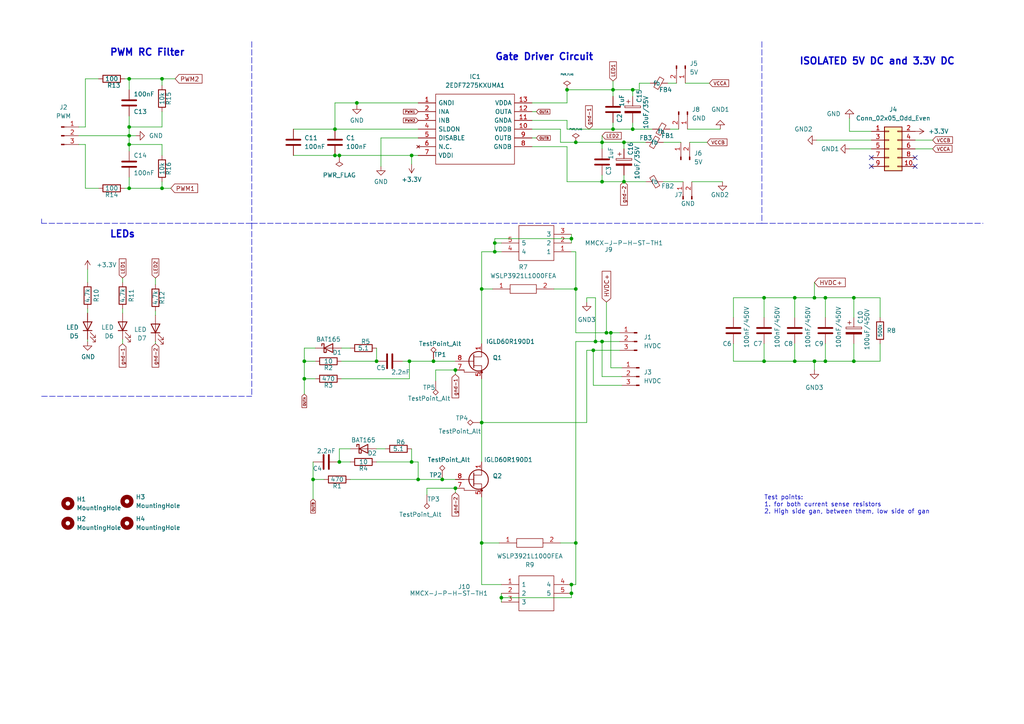
<source format=kicad_sch>
(kicad_sch (version 20211123) (generator eeschema)
  (paper "A4")
  (lib_symbols
    (symbol "2EDF7275KXUMA1:2EDF7275KXUMA1" (pin_names (offset 0.762))
      (property "Reference" "IC" (at 29.21 7.62 0))
      (property "Value" "2EDF7275KXUMA1" (at 29.21 5.08 0))
      (symbol "2EDF7275KXUMA1_0_0"
        (pin passive line (at 0 0 0) (length 5.08) (name "GNDI") (number "1"))
        (pin passive line (at 33.02 -7.62 180) (length 5.08) (name "VDDB") (number "10"))
        (pin passive line (at 33.02 -5.08 180) (length 5.08) (name "GNDA") (number "11"))
        (pin passive line (at 33.02 -2.54 180) (length 5.08) (name "OUTA") (number "12"))
        (pin passive line (at 33.02 0 180) (length 5.08) (name "VDDA") (number "13"))
        (pin passive line (at 0 -2.54 0) (length 5.08) (name "INA") (number "2"))
        (pin passive line (at 0 -5.08 0) (length 5.08) (name "INB") (number "3"))
        (pin passive line (at 0 -7.62 0) (length 5.08) (name "SLDON") (number "4"))
        (pin passive line (at 0 -10.16 0) (length 5.08) (name "DISABLE") (number "5"))
        (pin no_connect line (at 0 -12.7 0) (length 5.08) (name "N.C.") (number "6"))
        (pin passive line (at 0 -15.24 0) (length 5.08) (name "VDDI") (number "7"))
        (pin passive line (at 33.02 -12.7 180) (length 5.08) (name "GNDB") (number "8"))
        (pin passive line (at 33.02 -10.16 180) (length 5.08) (name "OUTB") (number "9"))
      )
      (symbol "2EDF7275KXUMA1_0_1"
        (polyline (pts (xy 5.08 2.54) (xy 27.94 2.54) (xy 27.94 -17.78) (xy 5.08 -17.78) (xy 5.08 2.54)) (stroke (width 0.1524)))
      )
    )
    (symbol "Connector:Conn_01x02_Male" (pin_names (offset 1.016) hide)
      (property "Reference" "J" (at 0 2.54 0))
      (property "Value" "Conn_01x02_Male" (at 0 -5.08 0))
      (symbol "Conn_01x02_Male_1_1"
        (polyline (pts (xy 1.27 -2.54) (xy 0.8636 -2.54)) (stroke (width 0.1524)))
        (polyline (pts (xy 1.27 0) (xy 0.8636 0)) (stroke (width 0.1524)))
        (rectangle (start 0.8636 -2.413) (end 0 -2.667) (stroke (width 0.1524)) (fill (type outline)))
        (rectangle (start 0.8636 0.127) (end 0 -0.127) (stroke (width 0.1524)) (fill (type outline)))
        (pin passive line (at 5.08 0 180) (length 3.81) (name "Pin_1") (number "1"))
        (pin passive line (at 5.08 -2.54 180) (length 3.81) (name "Pin_2") (number "2"))
      )
    )
    (symbol "Connector:Conn_01x03_Male" (pin_names (offset 1.016) hide)
      (property "Reference" "J" (at 0 5.08 0))
      (property "Value" "Conn_01x03_Male" (at 0 -5.08 0))
      (symbol "Conn_01x03_Male_1_1"
        (polyline (pts (xy 1.27 -2.54) (xy 0.8636 -2.54)) (stroke (width 0.1524)))
        (polyline (pts (xy 1.27 0) (xy 0.8636 0)) (stroke (width 0.1524)))
        (polyline (pts (xy 1.27 2.54) (xy 0.8636 2.54)) (stroke (width 0.1524)))
        (rectangle (start 0.8636 -2.413) (end 0 -2.667) (stroke (width 0.1524)) (fill (type outline)))
        (rectangle (start 0.8636 0.127) (end 0 -0.127) (stroke (width 0.1524)) (fill (type outline)))
        (rectangle (start 0.8636 2.667) (end 0 2.413) (stroke (width 0.1524)) (fill (type outline)))
        (pin passive line (at 5.08 2.54 180) (length 3.81) (name "Pin_1") (number "1"))
        (pin passive line (at 5.08 0 180) (length 3.81) (name "Pin_2") (number "2"))
        (pin passive line (at 5.08 -2.54 180) (length 3.81) (name "Pin_3") (number "3"))
      )
    )
    (symbol "Connector:TestPoint_Alt" (pin_numbers hide) (pin_names (offset 0.762) hide)
      (property "Reference" "TP" (at 0 6.858 0))
      (property "Value" "TestPoint_Alt" (at 0 5.08 0))
      (symbol "TestPoint_Alt_0_1"
        (polyline (pts (xy 0 2.54) (xy -0.762 3.302) (xy 0 4.064) (xy 0.762 3.302) (xy 0 2.54)))
      )
      (symbol "TestPoint_Alt_1_1"
        (pin passive line (at 0 0 90) (length 2.54) (name "1") (number "1"))
      )
    )
    (symbol "Connector_Generic:Conn_02x05_Odd_Even" (pin_names (offset 1.016) hide)
      (property "Reference" "J" (at 1.27 7.62 0))
      (property "Value" "Conn_02x05_Odd_Even" (at 1.27 -7.62 0))
      (symbol "Conn_02x05_Odd_Even_1_1"
        (rectangle (start -1.27 -4.953) (end 0 -5.207) (stroke (width 0.1524)))
        (rectangle (start -1.27 -2.413) (end 0 -2.667) (stroke (width 0.1524)))
        (rectangle (start -1.27 0.127) (end 0 -0.127) (stroke (width 0.1524)))
        (rectangle (start -1.27 2.667) (end 0 2.413) (stroke (width 0.1524)))
        (rectangle (start -1.27 5.207) (end 0 4.953) (stroke (width 0.1524)))
        (rectangle (start -1.27 6.35) (end 3.81 -6.35) (stroke (width 0.254)) (fill (type background)))
        (rectangle (start 3.81 -4.953) (end 2.54 -5.207) (stroke (width 0.1524)))
        (rectangle (start 3.81 -2.413) (end 2.54 -2.667) (stroke (width 0.1524)))
        (rectangle (start 3.81 0.127) (end 2.54 -0.127) (stroke (width 0.1524)))
        (rectangle (start 3.81 2.667) (end 2.54 2.413) (stroke (width 0.1524)))
        (rectangle (start 3.81 5.207) (end 2.54 4.953) (stroke (width 0.1524)))
        (pin passive line (at -5.08 5.08 0) (length 3.81) (name "Pin_1") (number "1"))
        (pin passive line (at 7.62 -5.08 180) (length 3.81) (name "Pin_10") (number "10"))
        (pin passive line (at 7.62 5.08 180) (length 3.81) (name "Pin_2") (number "2"))
        (pin passive line (at -5.08 2.54 0) (length 3.81) (name "Pin_3") (number "3"))
        (pin passive line (at 7.62 2.54 180) (length 3.81) (name "Pin_4") (number "4"))
        (pin passive line (at -5.08 0 0) (length 3.81) (name "Pin_5") (number "5"))
        (pin passive line (at 7.62 0 180) (length 3.81) (name "Pin_6") (number "6"))
        (pin passive line (at -5.08 -2.54 0) (length 3.81) (name "Pin_7") (number "7"))
        (pin passive line (at 7.62 -2.54 180) (length 3.81) (name "Pin_8") (number "8"))
        (pin passive line (at -5.08 -5.08 0) (length 3.81) (name "Pin_9") (number "9"))
      )
    )
    (symbol "Device:C" (pin_numbers hide) (pin_names (offset 0.254))
      (property "Reference" "C" (at 0.635 2.54 0))
      (property "Value" "C" (at 0.635 -2.54 0))
      (symbol "C_0_1"
        (polyline (pts (xy -2.032 -0.762) (xy 2.032 -0.762)) (stroke (width 0.508)))
        (polyline (pts (xy -2.032 0.762) (xy 2.032 0.762)) (stroke (width 0.508)))
      )
      (symbol "C_1_1"
        (pin passive line (at 0 3.81 270) (length 2.794) (name "~") (number "1"))
        (pin passive line (at 0 -3.81 90) (length 2.794) (name "~") (number "2"))
      )
    )
    (symbol "Device:C_Polarized" (pin_numbers hide) (pin_names (offset 0.254))
      (property "Reference" "C" (at 0.635 2.54 0))
      (property "Value" "C_Polarized" (at 0.635 -2.54 0))
      (symbol "C_Polarized_0_1"
        (rectangle (start -2.286 0.508) (end 2.286 1.016))
        (polyline (pts (xy -1.778 2.286) (xy -0.762 2.286)))
        (polyline (pts (xy -1.27 2.794) (xy -1.27 1.778)))
        (rectangle (start 2.286 -0.508) (end -2.286 -1.016) (fill (type outline)))
      )
      (symbol "C_Polarized_1_1"
        (pin passive line (at 0 3.81 270) (length 2.794) (name "~") (number "1"))
        (pin passive line (at 0 -3.81 90) (length 2.794) (name "~") (number "2"))
      )
    )
    (symbol "Device:D_Schottky" (pin_numbers hide) (pin_names (offset 1.016) hide)
      (property "Reference" "D" (at 0 2.54 0))
      (property "Value" "D_Schottky" (at 0 -2.54 0))
      (symbol "D_Schottky_0_1"
        (polyline (pts (xy 1.27 0) (xy -1.27 0)))
        (polyline (pts (xy 1.27 1.27) (xy 1.27 -1.27) (xy -1.27 0) (xy 1.27 1.27)) (stroke (width 0.254)))
        (polyline (pts (xy -1.905 0.635) (xy -1.905 1.27) (xy -1.27 1.27) (xy -1.27 -1.27) (xy -0.635 -1.27) (xy -0.635 -0.635)) (stroke (width 0.254)))
      )
      (symbol "D_Schottky_1_1"
        (pin passive line (at -3.81 0 0) (length 2.54) (name "K") (number "1"))
        (pin passive line (at 3.81 0 180) (length 2.54) (name "A") (number "2"))
      )
    )
    (symbol "Device:FerriteBead_Small" (pin_numbers hide) (pin_names (offset 0))
      (property "Reference" "FB" (at 1.905 1.27 0))
      (property "Value" "FerriteBead_Small" (at 1.905 -1.27 0))
      (symbol "FerriteBead_Small_0_1"
        (polyline (pts (xy 0 -1.27) (xy 0 -0.7874)))
        (polyline (pts (xy 0 0.889) (xy 0 1.2954)))
        (polyline (pts (xy -1.8288 0.2794) (xy -1.1176 1.4986) (xy 1.8288 -0.2032) (xy 1.1176 -1.4224) (xy -1.8288 0.2794)))
      )
      (symbol "FerriteBead_Small_1_1"
        (pin passive line (at 0 2.54 270) (length 1.27) (name "~") (number "1"))
        (pin passive line (at 0 -2.54 90) (length 1.27) (name "~") (number "2"))
      )
    )
    (symbol "Device:LED" (pin_numbers hide) (pin_names (offset 1.016) hide)
      (property "Reference" "D" (at 0 2.54 0))
      (property "Value" "LED" (at 0 -2.54 0))
      (symbol "LED_0_1"
        (polyline (pts (xy -1.27 -1.27) (xy -1.27 1.27)) (stroke (width 0.254)))
        (polyline (pts (xy -1.27 0) (xy 1.27 0)))
        (polyline (pts (xy 1.27 -1.27) (xy 1.27 1.27) (xy -1.27 0) (xy 1.27 -1.27)) (stroke (width 0.254)))
        (polyline (pts (xy -3.048 -0.762) (xy -4.572 -2.286) (xy -3.81 -2.286) (xy -4.572 -2.286) (xy -4.572 -1.524)))
        (polyline (pts (xy -1.778 -0.762) (xy -3.302 -2.286) (xy -2.54 -2.286) (xy -3.302 -2.286) (xy -3.302 -1.524)))
      )
      (symbol "LED_1_1"
        (pin passive line (at -3.81 0 0) (length 2.54) (name "K") (number "1"))
        (pin passive line (at 3.81 0 180) (length 2.54) (name "A") (number "2"))
      )
    )
    (symbol "Device:R" (pin_numbers hide) (pin_names (offset 0))
      (property "Reference" "R" (at 2.032 0 90))
      (property "Value" "R" (at 0 0 90))
      (symbol "R_0_1"
        (rectangle (start -1.016 -2.54) (end 1.016 2.54) (stroke (width 0.254)))
      )
      (symbol "R_1_1"
        (pin passive line (at 0 3.81 270) (length 1.27) (name "~") (number "1"))
        (pin passive line (at 0 -3.81 90) (length 1.27) (name "~") (number "2"))
      )
    )
    (symbol "MMCX-J-P-H-ST-TH1:MMCX-J-P-H-ST-TH1" (pin_names (offset 0.762))
      (property "Reference" "J" (at 16.51 7.62 0))
      (property "Value" "MMCX-J-P-H-ST-TH1" (at 16.51 5.08 0))
      (symbol "MMCX-J-P-H-ST-TH1_0_0"
        (pin passive line (at 0 0 0) (length 5.08) (name "1") (number "1"))
        (pin passive line (at 0 -2.54 0) (length 5.08) (name "2") (number "2"))
        (pin passive line (at 0 -5.08 0) (length 5.08) (name "3") (number "3"))
        (pin passive line (at 20.32 0 180) (length 5.08) (name "4") (number "4"))
        (pin passive line (at 20.32 -2.54 180) (length 5.08) (name "5") (number "5"))
      )
      (symbol "MMCX-J-P-H-ST-TH1_0_1"
        (polyline (pts (xy 5.08 2.54) (xy 15.24 2.54) (xy 15.24 -7.62) (xy 5.08 -7.62) (xy 5.08 2.54)) (stroke (width 0.1524)))
      )
    )
    (symbol "Mechanical:MountingHole" (pin_names (offset 1.016))
      (property "Reference" "H" (at 0 5.08 0))
      (property "Value" "MountingHole" (at 0 3.175 0))
      (symbol "MountingHole_0_1"
        (circle (center 0 0) (radius 1.27) (stroke (width 1.27)))
      )
    )
    (symbol "Transistor_FET:IGLD60R190D1" (pin_names (offset 0) hide)
      (property "Reference" "Q" (at 5.08 1.905 0))
      (property "Value" "IGLD60R190D1" (at 5.08 0 0))
      (symbol "IGLD60R190D1_0_1"
        (polyline (pts (xy -2.54 0) (xy 0.254 0)))
        (polyline (pts (xy -2.54 -2.54) (xy -2.54 -3.175) (xy 2.54 -3.175)))
        (polyline (pts (xy 0.254 -1.27) (xy 2.54 -1.27) (xy 2.54 -2.54)))
        (polyline (pts (xy 0.254 1.905) (xy 0.254 -1.905) (xy 0.254 -1.905)) (stroke (width 0.254)))
        (polyline (pts (xy 2.54 2.54) (xy 2.54 1.27) (xy 0.254 1.27)))
        (circle (center 1.651 0) (radius 2.8194) (stroke (width 0.254)))
        (circle (center 2.54 -3.175) (radius 0.2794) (fill (type outline)))
      )
      (symbol "IGLD60R190D1_1_1"
        (pin passive line (at 2.54 5.08 270) (length 2.54) (name "D") (number "1"))
        (pin passive line (at 2.54 5.08 270) (length 2.54) hide (name "D") (number "2"))
        (pin passive line (at 2.54 5.08 270) (length 2.54) hide (name "D") (number "3"))
        (pin passive line (at 2.54 5.08 270) (length 2.54) hide (name "D") (number "4"))
        (pin passive line (at 2.54 -5.08 90) (length 2.54) (name "S") (number "5"))
        (pin passive line (at 2.54 -5.08 90) (length 2.54) hide (name "S") (number "6"))
        (pin passive line (at -5.08 -2.54 0) (length 2.54) (name "SS") (number "7"))
        (pin input line (at -5.08 0 0) (length 2.54) (name "G") (number "8"))
        (pin passive line (at 2.54 -5.08 90) (length 2.54) hide (name "S") (number "9"))
      )
    )
    (symbol "WSLP3921L1000FEA:WSLP3921L1000FEA" (pin_names (offset 0.762))
      (property "Reference" "R" (at 13.97 6.35 0))
      (property "Value" "WSLP3921L1000FEA" (at 13.97 3.81 0))
      (symbol "WSLP3921L1000FEA_0_0"
        (pin passive line (at 0 0 0) (length 5.08) (name "~") (number "1"))
        (pin passive line (at 17.78 0 180) (length 5.08) (name "~") (number "2"))
      )
      (symbol "WSLP3921L1000FEA_0_1"
        (polyline (pts (xy 5.08 1.27) (xy 12.7 1.27) (xy 12.7 -1.27) (xy 5.08 -1.27) (xy 5.08 1.27)) (stroke (width 0.1524)))
      )
    )
    (symbol "power:+3.3V" (power) (pin_names (offset 0))
      (property "Value" "+3.3V" (at 0 3.556 0))
      (symbol "+3.3V_0_1"
        (polyline (pts (xy -0.762 1.27) (xy 0 2.54)))
        (polyline (pts (xy 0 0) (xy 0 2.54)))
        (polyline (pts (xy 0 2.54) (xy 0.762 1.27)))
      )
      (symbol "+3.3V_1_1"
        (pin power_in line (at 0 0 90) (length 0) hide (name "+3.3V") (number "1"))
      )
    )
    (symbol "power:GND" (power) (pin_names (offset 0))
      (property "Value" "GND" (at 0 -3.81 0))
      (symbol "GND_0_1"
        (polyline (pts (xy 0 0) (xy 0 -1.27) (xy 1.27 -1.27) (xy 0 -2.54) (xy -1.27 -1.27) (xy 0 -1.27)))
      )
      (symbol "GND_1_1"
        (pin power_in line (at 0 0 270) (length 0) hide (name "GND") (number "1"))
      )
    )
    (symbol "power:GND1" (power) (pin_names (offset 0))
      (property "Value" "GND1" (at 0 -3.81 0))
      (symbol "GND1_0_1"
        (polyline (pts (xy 0 0) (xy 0 -1.27) (xy 1.27 -1.27) (xy 0 -2.54) (xy -1.27 -1.27) (xy 0 -1.27)))
      )
      (symbol "GND1_1_1"
        (pin power_in line (at 0 0 270) (length 0) hide (name "GND1") (number "1"))
      )
    )
    (symbol "power:GND2" (power) (pin_names (offset 0))
      (property "Value" "GND2" (at 0 -3.81 0))
      (symbol "GND2_0_1"
        (polyline (pts (xy 0 0) (xy 0 -1.27) (xy 1.27 -1.27) (xy 0 -2.54) (xy -1.27 -1.27) (xy 0 -1.27)))
      )
      (symbol "GND2_1_1"
        (pin power_in line (at 0 0 270) (length 0) hide (name "GND2") (number "1"))
      )
    )
    (symbol "power:GND3" (power) (pin_names (offset 0))
      (property "Value" "GND3" (at 0 -3.81 0))
      (symbol "GND3_0_1"
        (polyline (pts (xy 0 0) (xy 0 -1.27) (xy 1.27 -1.27) (xy 0 -2.54) (xy -1.27 -1.27) (xy 0 -1.27)))
      )
      (symbol "GND3_1_1"
        (pin power_in line (at 0 0 270) (length 0) hide (name "GND3") (number "1"))
      )
    )
    (symbol "power:PWR_FLAG" (power) (pin_numbers hide) (pin_names (offset 0) hide)
      (property "Value" "PWR_FLAG" (at 0 3.81 0))
      (symbol "PWR_FLAG_0_0"
        (pin power_out line (at 0 0 90) (length 0) (name "pwr") (number "1"))
      )
      (symbol "PWR_FLAG_0_1"
        (polyline (pts (xy 0 0) (xy 0 1.27) (xy -1.016 1.905) (xy 0 2.54) (xy 1.016 1.905) (xy 0 1.27)))
      )
    )
  )
  (junction (at 183.515 26.035))
  (junction (at 247.65 104.775))
  (junction (at 139.7 83.82))
  (junction (at 37.465 54.61))
  (junction (at 145.415 173.355))
  (junction (at 109.22 104.775))
  (junction (at 177.165 96.52))
  (junction (at 98.425 45.085))
  (junction (at 230.505 104.775))
  (junction (at 177.8 26.035))
  (junction (at 236.22 86.36))
  (junction (at 119.38 45.085))
  (junction (at 119.38 133.985))
  (junction (at 97.155 37.465))
  (junction (at 230.505 86.36))
  (junction (at 180.975 52.705))
  (junction (at 172.72 99.06))
  (junction (at 88.265 104.775))
  (junction (at 37.465 41.91))
  (junction (at 174.625 41.275))
  (junction (at 236.22 104.775))
  (junction (at 97.155 45.085))
  (junction (at 174.625 52.705))
  (junction (at 46.99 22.86))
  (junction (at 175.895 96.52))
  (junction (at 139.7 122.555))
  (junction (at 103.505 29.845))
  (junction (at 90.805 139.065))
  (junction (at 46.99 54.61))
  (junction (at 132.08 141.605))
  (junction (at 132.08 107.315))
  (junction (at 98.425 133.985))
  (junction (at 37.465 36.83))
  (junction (at 165.735 169.545))
  (junction (at 239.395 86.36))
  (junction (at 143.51 73.025))
  (junction (at 143.51 70.485))
  (junction (at 165.735 69.215))
  (junction (at 128.27 139.065))
  (junction (at 139.7 157.48))
  (junction (at 164.465 26.035))
  (junction (at 183.515 37.465))
  (junction (at 118.745 104.775))
  (junction (at 167.005 83.82))
  (junction (at 239.395 104.775))
  (junction (at 172.085 101.6))
  (junction (at 37.465 39.37))
  (junction (at 37.465 22.86))
  (junction (at 174.625 99.06))
  (junction (at 88.265 109.855))
  (junction (at 167.005 157.48))
  (junction (at 121.285 139.065))
  (junction (at 165.735 172.085))
  (junction (at 180.975 41.275))
  (junction (at 125.73 104.775))
  (junction (at 247.65 86.36))
  (junction (at 221.615 104.775))
  (junction (at 221.615 86.36))
  (junction (at 167.005 41.275))
  (junction (at 177.8 37.465))
  (no_connect (at 252.73 48.26))
  (no_connect (at 252.73 45.72))
  (no_connect (at 265.43 48.26))
  (no_connect (at 265.43 45.72))
  (wire (pts (xy 98.425 130.175) (xy 101.6 130.175)))
  (wire (pts (xy 24.765 54.61) (xy 24.765 41.91)))
  (wire (pts (xy 164.465 42.545) (xy 154.305 42.545)))
  (wire (pts (xy 172.085 101.6) (xy 179.705 101.6)))
  (polyline (pts (xy 12.065 114.935) (xy 73.025 114.935)))
  (wire (pts (xy 98.425 45.085) (xy 98.425 45.72)))
  (wire (pts (xy 45.085 90.17) (xy 45.085 91.44)))
  (wire (pts (xy 97.155 37.465) (xy 121.285 37.465)))
  (wire (pts (xy 183.515 35.56) (xy 183.515 37.465)))
  (wire (pts (xy 177.8 27.94) (xy 177.8 26.035)))
  (wire (pts (xy 180.975 41.275) (xy 187.325 41.275)))
  (wire (pts (xy 99.06 104.775) (xy 109.22 104.775)))
  (wire (pts (xy 139.7 109.855) (xy 139.7 122.555)))
  (wire (pts (xy 180.34 106.68) (xy 177.165 106.68)))
  (wire (pts (xy 103.505 30.48) (xy 103.505 29.845)))
  (polyline (pts (xy 220.98 64.77) (xy 285.115 64.77)))
  (wire (pts (xy 143.51 70.485) (xy 143.51 69.215)))
  (wire (pts (xy 143.51 69.215) (xy 165.735 69.215)))
  (wire (pts (xy 236.22 104.775) (xy 236.22 107.315)))
  (wire (pts (xy 154.305 40.005) (xy 155.575 40.005)))
  (wire (pts (xy 192.405 52.705) (xy 198.12 52.705)))
  (wire (pts (xy 239.395 86.36) (xy 236.22 86.36)))
  (wire (pts (xy 24.765 22.86) (xy 28.575 22.86)))
  (wire (pts (xy 165.735 169.545) (xy 167.005 169.545)))
  (wire (pts (xy 164.465 37.465) (xy 164.465 34.925)))
  (wire (pts (xy 192.405 41.275) (xy 197.485 41.275)))
  (wire (pts (xy 132.08 142.875) (xy 132.08 141.605)))
  (wire (pts (xy 177.165 106.68) (xy 177.165 96.52)))
  (polyline (pts (xy 220.98 12.065) (xy 220.98 64.77)))
  (wire (pts (xy 126.365 107.315) (xy 132.08 107.315)))
  (wire (pts (xy 165.735 172.085) (xy 165.735 173.355)))
  (wire (pts (xy 85.09 37.465) (xy 97.155 37.465)))
  (wire (pts (xy 212.725 92.075) (xy 212.725 86.36)))
  (wire (pts (xy 145.415 73.025) (xy 143.51 73.025)))
  (wire (pts (xy 175.895 87.63) (xy 175.895 96.52)))
  (wire (pts (xy 174.625 41.275) (xy 180.975 41.275)))
  (wire (pts (xy 221.615 86.36) (xy 221.615 92.075)))
  (wire (pts (xy 165.735 67.945) (xy 165.735 69.215)))
  (wire (pts (xy 183.515 26.035) (xy 185.42 26.035)))
  (wire (pts (xy 110.49 40.005) (xy 110.49 48.26)))
  (wire (pts (xy 143.51 73.025) (xy 139.7 73.025)))
  (wire (pts (xy 164.465 29.845) (xy 164.465 26.035)))
  (wire (pts (xy 128.27 139.065) (xy 132.08 139.065)))
  (wire (pts (xy 175.895 96.52) (xy 177.165 96.52)))
  (wire (pts (xy 37.465 41.91) (xy 37.465 43.815)))
  (wire (pts (xy 165.735 69.215) (xy 165.735 70.485)))
  (wire (pts (xy 162.56 37.465) (xy 154.305 37.465)))
  (wire (pts (xy 183.515 37.465) (xy 189.23 37.465)))
  (wire (pts (xy 154.305 32.385) (xy 155.575 32.385)))
  (wire (pts (xy 230.505 86.36) (xy 230.505 92.075)))
  (wire (pts (xy 177.8 23.495) (xy 177.8 26.035)))
  (wire (pts (xy 212.725 104.775) (xy 212.725 99.695)))
  (wire (pts (xy 97.155 29.845) (xy 103.505 29.845)))
  (wire (pts (xy 170.18 122.555) (xy 170.18 101.6)))
  (wire (pts (xy 164.465 42.545) (xy 164.465 52.705)))
  (wire (pts (xy 167.005 41.275) (xy 174.625 41.275)))
  (wire (pts (xy 221.615 104.775) (xy 212.725 104.775)))
  (wire (pts (xy 46.99 24.765) (xy 46.99 22.86)))
  (wire (pts (xy 24.765 36.83) (xy 24.765 22.86)))
  (wire (pts (xy 103.505 29.845) (xy 121.285 29.845)))
  (wire (pts (xy 123.825 141.605) (xy 132.08 141.605)))
  (wire (pts (xy 37.465 22.86) (xy 37.465 26.035)))
  (wire (pts (xy 246.38 38.1) (xy 252.73 38.1)))
  (wire (pts (xy 109.22 133.985) (xy 119.38 133.985)))
  (wire (pts (xy 200.66 52.705) (xy 209.55 52.705)))
  (wire (pts (xy 247.65 99.695) (xy 247.65 104.775)))
  (wire (pts (xy 35.56 80.645) (xy 35.56 81.915)))
  (wire (pts (xy 270.51 43.18) (xy 265.43 43.18)))
  (wire (pts (xy 162.56 41.275) (xy 167.005 41.275)))
  (wire (pts (xy 90.805 139.065) (xy 90.805 133.985)))
  (wire (pts (xy 145.415 70.485) (xy 143.51 70.485)))
  (wire (pts (xy 121.285 139.065) (xy 128.27 139.065)))
  (wire (pts (xy 221.615 99.695) (xy 221.615 104.775)))
  (polyline (pts (xy 73.025 64.77) (xy 73.025 114.935)))
  (wire (pts (xy 123.825 143.51) (xy 123.825 141.605)))
  (wire (pts (xy 164.465 37.465) (xy 177.8 37.465)))
  (wire (pts (xy 167.005 157.48) (xy 167.005 169.545)))
  (wire (pts (xy 101.6 133.985) (xy 98.425 133.985)))
  (wire (pts (xy 172.085 111.76) (xy 172.085 101.6)))
  (wire (pts (xy 247.65 86.36) (xy 239.395 86.36)))
  (wire (pts (xy 255.27 86.36) (xy 247.65 86.36)))
  (wire (pts (xy 93.98 139.065) (xy 90.805 139.065)))
  (wire (pts (xy 170.18 86.36) (xy 170.18 87.63)))
  (wire (pts (xy 116.84 104.775) (xy 118.745 104.775)))
  (wire (pts (xy 46.99 45.085) (xy 46.99 41.91)))
  (wire (pts (xy 88.265 114.3) (xy 88.265 109.855)))
  (wire (pts (xy 139.7 122.555) (xy 139.7 133.985)))
  (wire (pts (xy 174.625 50.8) (xy 174.625 52.705)))
  (wire (pts (xy 164.465 26.035) (xy 177.8 26.035)))
  (wire (pts (xy 230.505 99.695) (xy 230.505 104.775)))
  (wire (pts (xy 145.415 173.355) (xy 145.415 174.625)))
  (wire (pts (xy 139.7 73.025) (xy 139.7 83.82)))
  (wire (pts (xy 22.86 36.83) (xy 24.765 36.83)))
  (wire (pts (xy 35.56 99.695) (xy 35.56 98.425)))
  (polyline (pts (xy 220.98 64.77) (xy 73.025 64.77)))
  (wire (pts (xy 37.465 33.655) (xy 37.465 36.83)))
  (wire (pts (xy 22.86 41.91) (xy 24.765 41.91)))
  (wire (pts (xy 247.65 104.775) (xy 255.27 104.775)))
  (wire (pts (xy 99.06 100.965) (xy 101.6 100.965)))
  (wire (pts (xy 118.745 104.775) (xy 125.73 104.775)))
  (wire (pts (xy 199.39 37.465) (xy 208.915 37.465)))
  (wire (pts (xy 119.38 45.085) (xy 119.38 47.625)))
  (wire (pts (xy 162.56 41.275) (xy 162.56 37.465)))
  (wire (pts (xy 25.4 78.105) (xy 25.4 81.915)))
  (wire (pts (xy 180.975 50.8) (xy 180.975 52.705)))
  (wire (pts (xy 36.195 54.61) (xy 37.465 54.61)))
  (wire (pts (xy 46.99 54.61) (xy 37.465 54.61)))
  (wire (pts (xy 139.7 169.545) (xy 139.7 157.48)))
  (wire (pts (xy 91.44 104.775) (xy 88.265 104.775)))
  (wire (pts (xy 164.465 52.705) (xy 174.625 52.705)))
  (wire (pts (xy 46.99 32.385) (xy 46.99 36.83)))
  (wire (pts (xy 174.625 52.705) (xy 180.975 52.705)))
  (wire (pts (xy 126.365 110.49) (xy 126.365 107.315)))
  (wire (pts (xy 160.655 83.82) (xy 167.005 83.82)))
  (wire (pts (xy 46.99 22.86) (xy 37.465 22.86)))
  (wire (pts (xy 139.7 122.555) (xy 170.18 122.555)))
  (wire (pts (xy 22.86 39.37) (xy 37.465 39.37)))
  (wire (pts (xy 37.465 54.61) (xy 37.465 51.435)))
  (wire (pts (xy 165.735 169.545) (xy 165.735 172.085)))
  (wire (pts (xy 90.805 144.78) (xy 90.805 139.065)))
  (wire (pts (xy 85.09 45.085) (xy 97.155 45.085)))
  (wire (pts (xy 172.72 86.36) (xy 172.72 99.06)))
  (wire (pts (xy 119.38 45.085) (xy 121.285 45.085)))
  (wire (pts (xy 198.755 24.13) (xy 205.74 24.13)))
  (wire (pts (xy 145.415 172.085) (xy 145.415 173.355)))
  (wire (pts (xy 109.22 104.775) (xy 109.22 100.965)))
  (wire (pts (xy 139.7 144.145) (xy 139.7 157.48)))
  (polyline (pts (xy 73.025 64.77) (xy 12.065 64.77)))
  (wire (pts (xy 255.27 99.695) (xy 255.27 104.775)))
  (wire (pts (xy 37.465 36.83) (xy 37.465 39.37)))
  (wire (pts (xy 139.7 83.82) (xy 139.7 99.695)))
  (wire (pts (xy 230.505 104.775) (xy 221.615 104.775)))
  (wire (pts (xy 46.99 54.61) (xy 49.53 54.61)))
  (wire (pts (xy 167.005 73.025) (xy 167.005 83.82)))
  (wire (pts (xy 46.99 22.86) (xy 50.8 22.86)))
  (wire (pts (xy 167.005 96.52) (xy 175.895 96.52)))
  (wire (pts (xy 45.085 99.695) (xy 45.085 99.06)))
  (wire (pts (xy 46.99 36.83) (xy 37.465 36.83)))
  (wire (pts (xy 139.7 169.545) (xy 145.415 169.545)))
  (wire (pts (xy 167.005 99.06) (xy 172.72 99.06)))
  (wire (pts (xy 25.4 89.535) (xy 25.4 90.805)))
  (wire (pts (xy 37.465 39.37) (xy 39.37 39.37)))
  (wire (pts (xy 180.975 43.18) (xy 180.975 41.275)))
  (wire (pts (xy 183.515 27.94) (xy 183.515 26.035)))
  (wire (pts (xy 99.06 109.855) (xy 118.745 109.855)))
  (wire (pts (xy 97.155 29.845) (xy 97.155 37.465)))
  (wire (pts (xy 167.005 83.82) (xy 167.005 96.52)))
  (wire (pts (xy 139.7 157.48) (xy 144.78 157.48)))
  (wire (pts (xy 167.005 99.06) (xy 167.005 157.48)))
  (wire (pts (xy 88.265 109.855) (xy 88.265 104.775)))
  (wire (pts (xy 236.855 40.64) (xy 252.73 40.64)))
  (wire (pts (xy 236.22 104.775) (xy 239.395 104.775)))
  (wire (pts (xy 185.42 24.13) (xy 188.595 24.13)))
  (wire (pts (xy 46.99 41.91) (xy 37.465 41.91)))
  (wire (pts (xy 239.395 99.695) (xy 239.395 104.775)))
  (wire (pts (xy 132.08 108.585) (xy 132.08 107.315)))
  (wire (pts (xy 119.38 133.985) (xy 119.38 130.175)))
  (wire (pts (xy 125.73 104.775) (xy 132.08 104.775)))
  (wire (pts (xy 91.44 109.855) (xy 88.265 109.855)))
  (wire (pts (xy 174.625 41.275) (xy 174.625 43.18)))
  (wire (pts (xy 121.285 139.065) (xy 121.285 133.985)))
  (wire (pts (xy 185.42 24.13) (xy 185.42 26.035)))
  (wire (pts (xy 28.575 54.61) (xy 24.765 54.61)))
  (wire (pts (xy 180.975 52.705) (xy 187.325 52.705)))
  (wire (pts (xy 255.27 92.075) (xy 255.27 86.36)))
  (wire (pts (xy 247.65 86.36) (xy 247.65 92.075)))
  (wire (pts (xy 246.38 43.18) (xy 252.73 43.18)))
  (wire (pts (xy 46.99 52.705) (xy 46.99 54.61)))
  (wire (pts (xy 98.425 133.985) (xy 98.425 130.175)))
  (wire (pts (xy 164.465 34.925) (xy 154.305 34.925)))
  (wire (pts (xy 194.31 37.465) (xy 196.85 37.465)))
  (wire (pts (xy 177.165 96.52) (xy 179.705 96.52)))
  (wire (pts (xy 239.395 86.36) (xy 239.395 92.075)))
  (wire (pts (xy 37.465 41.91) (xy 37.465 39.37)))
  (wire (pts (xy 236.22 81.915) (xy 236.22 86.36)))
  (wire (pts (xy 172.72 99.06) (xy 174.625 99.06)))
  (wire (pts (xy 180.34 109.22) (xy 174.625 109.22)))
  (wire (pts (xy 236.22 86.36) (xy 230.505 86.36)))
  (wire (pts (xy 25.4 99.06) (xy 25.4 98.425)))
  (wire (pts (xy 35.56 89.535) (xy 35.56 90.805)))
  (wire (pts (xy 212.725 86.36) (xy 221.615 86.36)))
  (wire (pts (xy 36.195 22.86) (xy 37.465 22.86)))
  (wire (pts (xy 88.265 100.965) (xy 91.44 100.965)))
  (wire (pts (xy 177.8 26.035) (xy 183.515 26.035)))
  (wire (pts (xy 121.285 133.985) (xy 119.38 133.985)))
  (wire (pts (xy 230.505 104.775) (xy 236.22 104.775)))
  (wire (pts (xy 246.38 34.29) (xy 246.38 38.1)))
  (wire (pts (xy 172.72 86.36) (xy 170.18 86.36)))
  (wire (pts (xy 265.43 40.64) (xy 270.51 40.64)))
  (wire (pts (xy 174.625 99.06) (xy 179.705 99.06)))
  (polyline (pts (xy 12.065 63.5) (xy 12.065 64.77)))
  (wire (pts (xy 110.49 40.005) (xy 121.285 40.005)))
  (wire (pts (xy 118.745 109.855) (xy 118.745 104.775)))
  (wire (pts (xy 165.735 173.355) (xy 145.415 173.355)))
  (wire (pts (xy 180.34 111.76) (xy 172.085 111.76)))
  (wire (pts (xy 109.22 130.175) (xy 111.76 130.175)))
  (wire (pts (xy 205.105 41.275) (xy 200.025 41.275)))
  (wire (pts (xy 177.8 35.56) (xy 177.8 37.465)))
  (wire (pts (xy 174.625 109.22) (xy 174.625 99.06)))
  (wire (pts (xy 143.51 70.485) (xy 143.51 73.025)))
  (wire (pts (xy 177.8 37.465) (xy 183.515 37.465)))
  (wire (pts (xy 98.425 45.085) (xy 119.38 45.085)))
  (wire (pts (xy 165.735 73.025) (xy 167.005 73.025)))
  (wire (pts (xy 162.56 157.48) (xy 167.005 157.48)))
  (wire (pts (xy 174.625 39.37) (xy 174.625 41.275)))
  (polyline (pts (xy 73.025 12.065) (xy 73.025 64.77)))
  (wire (pts (xy 101.6 139.065) (xy 121.285 139.065)))
  (wire (pts (xy 239.395 104.775) (xy 247.65 104.775)))
  (wire (pts (xy 230.505 86.36) (xy 221.615 86.36)))
  (wire (pts (xy 88.265 104.775) (xy 88.265 100.965)))
  (wire (pts (xy 139.7 83.82) (xy 142.875 83.82)))
  (wire (pts (xy 154.305 29.845) (xy 164.465 29.845)))
  (wire (pts (xy 170.18 101.6) (xy 172.085 101.6)))
  (wire (pts (xy 97.155 45.085) (xy 98.425 45.085)))
  (wire (pts (xy 193.675 24.13) (xy 196.215 24.13)))
  (wire (pts (xy 45.085 80.645) (xy 45.085 82.55)))
  (text "Test points: \n1. for both current sense resistors\n2. High side gan, between them, low side of gan\n" (at 221.615 149.225 0) (effects (font (size 1.27 1.27)) (justify left bottom)))
  (text "LEDs" (at 31.75 69.215 0) (effects (font (size 2 2) (thickness 0.4) bold) (justify left bottom)))
  (text "ISOLATED 5V DC and 3.3V DC" (at 231.775 19.05 0) (effects (font (size 2 2) (thickness 0.4) bold) (justify left bottom)))
  (text "PWM RC Filter" (at 31.75 16.51 0) (effects (font (size 2 2) (thickness 0.4) bold) (justify left bottom)))
  (text "Gate Driver Circuit" (at 143.51 17.78 0) (effects (font (size 2 2) (thickness 0.4) bold) (justify left bottom)))
  (global_label "VCCA" (shape input) (at 270.51 43.18 0) (effects (font (size 1 1))) (property "Intersheet References" "${INTERSHEET_REFS}" (effects hide)))
  (global_label "HVDC+" (shape input) (at 175.895 87.63 90) (property "Intersheet References" "${INTERSHEET_REFS}" (effects hide)))
  (global_label "LED1" (shape input) (at 177.8 23.495 90) (effects (font (size 1 1))) (property "Intersheet References" "${INTERSHEET_REFS}" (effects hide)))
  (global_label "VCCB" (shape input) (at 270.51 40.64 0) (effects (font (size 1 1))) (property "Intersheet References" "${INTERSHEET_REFS}" (effects hide)))
  (global_label "PWM1" (shape input) (at 49.53 54.61 0) (property "Intersheet References" "${INTERSHEET_REFS}" (effects hide)))
  (global_label "PWM2" (shape input) (at 50.8 22.86 0) (property "Intersheet References" "${INTERSHEET_REFS}" (effects hide)))
  (global_label "PWM2" (shape input) (at 121.285 34.925 180) (effects (font (size 0.7 0.7))) (property "Intersheet References" "${INTERSHEET_REFS}" (effects hide)))
  (global_label "gnd-1" (shape input) (at 170.815 37.465 90) (effects (font (size 1 1))) (property "Intersheet References" "${INTERSHEET_REFS}" (effects hide)))
  (global_label "OUTB" (shape input) (at 155.575 40.005 0) (effects (font (size 0.7 0.7))) (property "Intersheet References" "${INTERSHEET_REFS}" (effects hide)))
  (global_label "gnd-2" (shape input) (at 45.085 99.695 270) (effects (font (size 1 1))) (property "Intersheet References" "${INTERSHEET_REFS}" (effects hide)))
  (global_label "VCCA" (shape input) (at 205.74 24.13 0) (effects (font (size 1 1))) (property "Intersheet References" "${INTERSHEET_REFS}" (effects hide)))
  (global_label "LED2" (shape input) (at 174.625 39.37 0) (effects (font (size 1 1))) (property "Intersheet References" "${INTERSHEET_REFS}" (effects hide)))
  (global_label "LED2" (shape input) (at 45.085 80.645 90) (effects (font (size 1 1))) (property "Intersheet References" "${INTERSHEET_REFS}" (effects hide)))
  (global_label "OUTA" (shape input) (at 88.265 114.3 270) (effects (font (size 0.7 0.7))) (property "Intersheet References" "${INTERSHEET_REFS}" (effects hide)))
  (global_label "gnd-2" (shape input) (at 180.975 52.705 270) (effects (font (size 1 1))) (property "Intersheet References" "${INTERSHEET_REFS}" (effects hide)))
  (global_label "OUTB" (shape input) (at 90.805 144.78 270) (effects (font (size 0.7 0.7))) (property "Intersheet References" "${INTERSHEET_REFS}" (effects hide)))
  (global_label "LED1" (shape input) (at 35.56 80.645 90) (effects (font (size 1 1))) (property "Intersheet References" "${INTERSHEET_REFS}" (effects hide)))
  (global_label "OUTA" (shape input) (at 155.575 32.385 0) (effects (font (size 0.7 0.7))) (property "Intersheet References" "${INTERSHEET_REFS}" (effects hide)))
  (global_label "gnd-2" (shape input) (at 132.08 142.875 270) (effects (font (size 1 1))) (property "Intersheet References" "${INTERSHEET_REFS}" (effects hide)))
  (global_label "gnd-1" (shape input) (at 132.08 108.585 270) (effects (font (size 1 1))) (property "Intersheet References" "${INTERSHEET_REFS}" (effects hide)))
  (global_label "VCCB" (shape input) (at 205.105 41.275 0) (effects (font (size 1 1))) (property "Intersheet References" "${INTERSHEET_REFS}" (effects hide)))
  (global_label "HVDC+" (shape input) (at 236.22 81.915 0) (property "Intersheet References" "${INTERSHEET_REFS}" (effects hide)))
  (global_label "PWM1" (shape input) (at 121.285 32.385 180) (effects (font (size 0.7 0.7))) (property "Intersheet References" "${INTERSHEET_REFS}" (effects hide)))
  (global_label "gnd-1" (shape input) (at 35.56 99.695 270) (effects (font (size 1 1))) (property "Intersheet References" "${INTERSHEET_REFS}" (effects hide)))
  (symbol (lib_id "Device:FerriteBead_Small") (at 189.865 52.705 270) (mirror x) (unit 1)
    (property "Reference" "FB2" (at 193.675 53.975 90))
    (property "Value" "fb" (at 189.865 52.705 90))
    (property "Footprint" "Resistor_SMD:R_0805_2012Metric" (effects hide))
  )
  (symbol (lib_id "Connector:Conn_01x03_Male") (at 185.42 109.22 0) (mirror y) (unit 1)
    (property "Reference" "J3" (at 186.69 107.9499 0) (effects (justify right)))
    (property "Value" "HVDC" (at 186.69 110.4899 0) (effects (justify right)))
    (property "Footprint" "Connector_Molex:Molex_KK-396_A-41791-0003_1x03_P3.96mm_Vertical" (effects hide))
  )
  (symbol (lib_id "power:GND2") (at 236.855 40.64 270) (mirror x) (unit 1)
    (property "Reference" "#PWR05" (effects hide))
    (property "Value" "GND2" (at 233.045 37.465 90))
  )
  (symbol (lib_id "Device:R") (at 95.25 109.855 90) (unit 1)
    (property "Reference" "R3" (at 95.25 111.76 90))
    (property "Value" "470" (at 95.25 109.855 90))
    (property "Footprint" "Resistor_SMD:R_0805_2012Metric" (effects hide))
  )
  (symbol (lib_id "power:PWR_FLAG") (at 164.465 26.035 0) (unit 1)
    (property "Reference" "#FLG0102" (effects hide))
    (property "Value" "PWR_FLAG" (at 164.465 21.59 0) (effects (font (size 0.5 0.5))))
  )
  (symbol (lib_id "MMCX-J-P-H-ST-TH1:MMCX-J-P-H-ST-TH1") (at 145.415 169.545 0) (unit 1)
    (property "Reference" "J10" (at 134.62 170.18 0))
    (property "Value" "MMCX-J-P-H-ST-TH1" (at 130.175 172.085 0))
    (property "Footprint" "MMCX-J-P-H-ST-TH1:MMCXJPHSTTH1" (effects hide))
    (property "Datasheet" "http://suddendocs.samtec.com/prints/mmcx-j-p-x-st-th1-mkt.pdf" (effects hide))
    (property "Description" "Samtec 50 Straight Through Hole MMCX Connector, jack, Solder Termination, 0  6GHz, Coaxial" (effects hide))
    (property "Height" "4.35" (effects hide))
    (property "Mouser Part Number" "200-MMCXJPHSTTH1" (effects hide))
    (property "Mouser Price/Stock" "https://www.mouser.co.uk/ProductDetail/Samtec/MMCX-J-P-H-ST-TH1?qs=jyzYFa4oMQgZ1Ln0Y5MuTQ%3D%3D" (effects hide))
    (property "Manufacturer_Name" "SAMTEC" (effects hide))
    (property "Manufacturer_Part_Number" "MMCX-J-P-H-ST-TH1" (effects hide))
  )
  (symbol (lib_id "Connector:Conn_01x02_Male") (at 198.755 19.05 270) (unit 1)
    (property "Reference" "J5" (at 200.025 18.4149 90) (effects (justify left)))
    (property "Value" "5V" (at 200.025 20.9549 90) (effects (justify left)))
    (property "Footprint" "Connector_PinHeader_2.54mm:PinHeader_1x02_P2.54mm_Vertical" (effects hide))
  )
  (symbol (lib_id "power:PWR_FLAG") (at 98.425 45.72 180) (unit 1)
    (property "Reference" "#FLG01" (effects hide))
    (property "Value" "PWR_FLAG" (at 98.425 50.8 0))
  )
  (symbol (lib_id "Device:R") (at 45.085 86.36 180) (unit 1)
    (property "Reference" "R12" (at 46.99 86.36 90))
    (property "Value" "4.7k" (at 45.085 86.36 90))
    (property "Footprint" "Resistor_SMD:R_0805_2012Metric" (effects hide))
  )
  (symbol (lib_id "Device:R") (at 97.79 139.065 90) (unit 1)
    (property "Reference" "R1" (at 97.79 140.97 90))
    (property "Value" "470" (at 97.79 139.065 90))
    (property "Footprint" "Resistor_SMD:R_0805_2012Metric" (effects hide))
  )
  (symbol (lib_id "power:GND") (at 110.49 48.26 0) (unit 1)
    (property "Reference" "#PWR0101" (effects hide))
    (property "Value" "GND" (at 110.49 52.705 0))
  )
  (symbol (lib_id "power:GND") (at 246.38 34.29 180) (unit 1)
    (property "Reference" "#PWR08" (effects hide))
    (property "Value" "GND" (at 243.84 33.0201 0) (effects (justify left)))
  )
  (symbol (lib_id "Device:C") (at 230.505 95.885 0) (unit 1)
    (property "Reference" "C8" (at 227.33 99.695 0) (effects (justify left)))
    (property "Value" "100nF/450V" (at 234.315 100.965 90) (effects (justify left)))
    (property "Footprint" "Capacitor_SMD:C_1206_3216Metric" (effects hide))
  )
  (symbol (lib_id "Device:C_Polarized") (at 247.65 95.885 0) (unit 1)
    (property "Reference" "C10" (at 249.555 93.98 90) (effects (justify left)))
    (property "Value" "100uF/450V" (at 251.46 101.6 90) (effects (justify left)))
    (property "Footprint" "EKXL451ELL101MM30S:CAPPRD750W80D1825H3200" (effects hide))
  )
  (symbol (lib_id "Connector:Conn_01x02_Male") (at 197.485 46.355 90) (unit 1)
    (property "Reference" "J6" (at 201.295 44.4499 90) (effects (justify right)))
    (property "Value" "5V" (at 201.295 46.9899 90) (effects (justify right)))
    (property "Footprint" "Connector_PinHeader_2.54mm:PinHeader_1x02_P2.54mm_Vertical" (effects hide))
  )
  (symbol (lib_id "Device:C") (at 239.395 95.885 0) (unit 1)
    (property "Reference" "C9" (at 236.22 99.695 0) (effects (justify left)))
    (property "Value" "100nF/450V" (at 243.205 100.965 90) (effects (justify left)))
    (property "Footprint" "Capacitor_SMD:C_1206_3216Metric" (effects hide))
  )
  (symbol (lib_id "Device:R") (at 35.56 85.725 180) (unit 1)
    (property "Reference" "R11" (at 38.1 85.725 90))
    (property "Value" "4.7k" (at 35.56 85.725 90))
    (property "Footprint" "Resistor_SMD:R_0805_2012Metric" (effects hide))
  )
  (symbol (lib_id "Device:LED") (at 35.56 94.615 90) (unit 1)
    (property "Reference" "D6" (at 33.02 97.4726 90) (effects (justify left)))
    (property "Value" "LED" (at 33.02 94.9326 90) (effects (justify left)))
    (property "Footprint" "LED_SMD:LED_0805_2012Metric" (effects hide))
  )
  (symbol (lib_id "Device:C") (at 177.8 31.75 180) (unit 1)
    (property "Reference" "C2" (at 179.705 34.29 90))
    (property "Value" "1uF" (at 180.34 29.21 90))
    (property "Footprint" "Capacitor_SMD:C_0805_2012Metric" (effects hide))
  )
  (symbol (lib_id "power:+3.3V") (at 25.4 78.105 0) (unit 1)
    (property "Reference" "#PWR0108" (effects hide))
    (property "Value" "+3.3V" (at 27.94 76.8349 0) (effects (justify left)))
  )
  (symbol (lib_id "Device:FerriteBead_Small") (at 189.865 41.275 90) (unit 1)
    (property "Reference" "FB3" (at 187.325 40.005 90))
    (property "Value" "fb" (at 189.865 41.275 90))
    (property "Footprint" "Resistor_SMD:R_0805_2012Metric" (effects hide))
  )
  (symbol (lib_id "Connector:Conn_01x03_Male") (at 17.78 39.37 0) (unit 1)
    (property "Reference" "J2" (at 18.415 31.115 0))
    (property "Value" "PWM" (at 18.415 33.655 0))
    (property "Footprint" "Connector_Molex:Molex_KK-254_AE-6410-03A_1x03_P2.54mm_Vertical" (effects hide))
  )
  (symbol (lib_id "Device:C") (at 113.03 104.775 90) (unit 1)
    (property "Reference" "C5" (at 110.49 106.68 90))
    (property "Value" "2.2nF" (at 116.205 107.95 90))
    (property "Footprint" "Capacitor_SMD:C_0805_2012Metric" (effects hide))
  )
  (symbol (lib_id "Connector:Conn_01x02_Male") (at 199.39 32.385 270) (unit 1)
    (property "Reference" "J8" (at 200.66 31.7499 90) (effects (justify left)))
    (property "Value" "GND" (at 200.66 34.2899 90) (effects (justify left)))
    (property "Footprint" "Connector_PinHeader_2.54mm:PinHeader_1x02_P2.54mm_Vertical" (effects hide))
  )
  (symbol (lib_id "Device:R") (at 255.27 95.885 0) (unit 1)
    (property "Reference" "R8" (at 257.175 95.885 0) (effects (justify left)))
    (property "Value" "500k" (at 255.27 97.79 90) (effects (font (size 1 1)) (justify left)))
    (property "Footprint" "Resistor_SMD:R_0805_2012Metric" (effects hide))
  )
  (symbol (lib_id "power:GND1") (at 246.38 43.18 270) (mirror x) (unit 1)
    (property "Reference" "#PWR04" (effects hide))
    (property "Value" "GND1" (at 238.125 43.18 90) (effects (justify left)))
  )
  (symbol (lib_id "Device:C") (at 94.615 133.985 90) (unit 1)
    (property "Reference" "C4" (at 92.075 135.89 90))
    (property "Value" "2.2nF" (at 94.615 130.81 90))
    (property "Footprint" "Capacitor_SMD:C_0805_2012Metric" (effects hide))
  )
  (symbol (lib_id "Device:C") (at 37.465 29.845 0) (mirror x) (unit 1)
    (property "Reference" "C13" (at 38.735 32.385 0) (effects (justify left)))
    (property "Value" "100nF" (at 38.735 27.305 0) (effects (justify left)))
    (property "Footprint" "Capacitor_SMD:C_0805_2012Metric" (effects hide))
  )
  (symbol (lib_id "power:GND3") (at 170.18 87.63 0) (unit 1)
    (property "Reference" "#PWR06" (effects hide))
    (property "Value" "GND3" (at 170.18 92.71 0))
  )
  (symbol (lib_id "Device:R") (at 46.99 48.895 180) (unit 1)
    (property "Reference" "R16" (at 48.895 48.895 90))
    (property "Value" "10k" (at 46.99 48.895 90))
    (property "Footprint" "Resistor_SMD:R_0805_2012Metric" (effects hide))
  )
  (symbol (lib_id "Connector:TestPoint_Alt") (at 139.7 122.555 90) (unit 1)
    (property "Reference" "TP4" (at 133.985 121.285 90))
    (property "Value" "TestPoint_Alt" (at 133.35 125.095 90))
    (property "Footprint" "TestPoint:TestPoint_Keystone_5000-5004_Miniature" (effects hide))
  )
  (symbol (lib_id "Device:R") (at 46.99 28.575 0) (mirror y) (unit 1)
    (property "Reference" "R15" (at 48.895 28.575 90))
    (property "Value" "10k" (at 46.99 28.575 90))
    (property "Footprint" "Resistor_SMD:R_0805_2012Metric" (effects hide))
  )
  (symbol (lib_id "Device:C_Polarized") (at 180.975 46.99 0) (unit 1)
    (property "Reference" "C16" (at 182.88 45.085 90) (effects (justify left)))
    (property "Value" "10uF/35V" (at 184.785 52.07 90) (effects (justify left)))
    (property "Footprint" "Capacitor_SMD:CP_Elec_5x5.3" (effects hide))
  )
  (symbol (lib_id "MMCX-J-P-H-ST-TH1:MMCX-J-P-H-ST-TH1") (at 165.735 73.025 180) (unit 1)
    (property "Reference" "J9" (at 176.53 72.39 0))
    (property "Value" "MMCX-J-P-H-ST-TH1" (at 180.975 70.485 0))
    (property "Footprint" "MMCX-J-P-H-ST-TH1:MMCXJPHSTTH1" (effects hide))
    (property "Datasheet" "http://suddendocs.samtec.com/prints/mmcx-j-p-x-st-th1-mkt.pdf" (effects hide))
    (property "Description" "Samtec 50 Straight Through Hole MMCX Connector, jack, Solder Termination, 0  6GHz, Coaxial" (effects hide))
    (property "Height" "4.35" (effects hide))
    (property "Mouser Part Number" "200-MMCXJPHSTTH1" (effects hide))
    (property "Mouser Price/Stock" "https://www.mouser.co.uk/ProductDetail/Samtec/MMCX-J-P-H-ST-TH1?qs=jyzYFa4oMQgZ1Ln0Y5MuTQ%3D%3D" (effects hide))
    (property "Manufacturer_Name" "SAMTEC" (effects hide))
    (property "Manufacturer_Part_Number" "MMCX-J-P-H-ST-TH1" (effects hide))
  )
  (symbol (lib_id "Connector:TestPoint_Alt") (at 123.825 143.51 180) (unit 1)
    (property "Reference" "TP3" (at 125.73 144.78 0))
    (property "Value" "TestPoint_Alt" (at 121.92 149.225 0))
    (property "Footprint" "TestPoint:TestPoint_Keystone_5000-5004_Miniature" (effects hide))
  )
  (symbol (lib_id "Device:R") (at 105.41 100.965 90) (unit 1)
    (property "Reference" "R5" (at 106.045 99.06 90))
    (property "Value" "5.1" (at 105.41 100.965 90))
    (property "Footprint" "Resistor_SMD:R_0805_2012Metric" (effects hide))
  )
  (symbol (lib_id "Device:C") (at 37.465 47.625 0) (unit 1)
    (property "Reference" "C14" (at 38.735 45.085 0) (effects (justify left)))
    (property "Value" "100nF" (at 38.735 50.165 0) (effects (justify left)))
    (property "Footprint" "Capacitor_SMD:C_0805_2012Metric" (effects hide))
  )
  (symbol (lib_id "Device:C") (at 221.615 95.885 0) (unit 1)
    (property "Reference" "C7" (at 218.44 99.695 0) (effects (justify left)))
    (property "Value" "100nF/450V" (at 225.425 100.965 90) (effects (justify left)))
    (property "Footprint" "Capacitor_SMD:C_1206_3216Metric" (effects hide))
  )
  (symbol (lib_id "Connector_Generic:Conn_02x05_Odd_Even") (at 257.81 43.18 0) (unit 1)
    (property "Reference" "J4" (at 259.08 31.75 0))
    (property "Value" "Conn_02x05_Odd_Even" (at 259.08 34.29 0))
    (property "Footprint" "61201021621:SHDR10W64P254_2X5_2036X885X925P" (effects hide))
  )
  (symbol (lib_id "WSLP3921L1000FEA:WSLP3921L1000FEA") (at 144.78 157.48 0) (mirror x) (unit 1)
    (property "Reference" "R9" (at 153.67 163.83 0))
    (property "Value" "WSLP3921L1000FEA" (at 153.67 161.29 0))
    (property "Footprint" "footprint:RESC10052X50N" (effects hide))
    (property "Datasheet" "https://datasheet.datasheetarchive.com/originals/distributors/Datasheets_SAMA/cd369b67f640568f5c60fc944b86acf3.pdf" (effects hide))
    (property "Description" "Current Sense Resistors - SMD 9W 0.0001ohm 1%" (effects hide))
    (property "Height" "0.5" (effects hide))
    (property "Manufacturer_Name" "Vishay" (effects hide))
    (property "Manufacturer_Part_Number" "WSLP3921L1000FEA" (effects hide))
    (property "Mouser Part Number" "71-WSLP3921L1000FEA" (effects hide))
    (property "Mouser Price/Stock" "https://www.mouser.co.uk/ProductDetail/Vishay-Dale/WSLP3921L1000FEA?qs=TiOZkKH1s2S5b3T%252BuIp%2FVQ%3D%3D" (effects hide))
  )
  (symbol (lib_id "Mechanical:MountingHole") (at 36.83 151.765 0) (unit 1)
    (property "Reference" "H4" (at 39.37 150.4949 0) (effects (justify left)))
    (property "Value" "MountingHole" (at 39.37 153.0349 0) (effects (justify left)))
    (property "Footprint" "MountingHole:MountingHole_3.2mm_M3" (effects hide))
  )
  (symbol (lib_id "Device:R") (at 25.4 85.725 180) (unit 1)
    (property "Reference" "R10" (at 27.94 85.725 90))
    (property "Value" "4.7k" (at 25.4 85.725 90))
    (property "Footprint" "Resistor_SMD:R_0805_2012Metric" (effects hide))
  )
  (symbol (lib_id "Transistor_FET:IGLD60R190D1") (at 137.16 104.775 0) (unit 1)
    (property "Reference" "Q1" (at 142.875 103.7589 0) (effects (justify left)))
    (property "Value" "IGLD60R190D1" (at 140.97 99.06 0) (effects (justify left)))
    (property "Footprint" "Package_SON:Infineon_PG-LSON-8-1" (effects hide))
    (property "Datasheet" "https://www.infineon.com/dgdl/Infineon-IGLD60R190D1-DataSheet-v02_00-EN.pdf?fileId=5546d46269e1c019016a6d78ff5e2aba" (effects hide))
  )
  (symbol (lib_id "Device:C") (at 212.725 95.885 0) (unit 1)
    (property "Reference" "C6" (at 209.55 99.695 0) (effects (justify left)))
    (property "Value" "100nF/450V" (at 216.535 100.965 90) (effects (justify left)))
    (property "Footprint" "Capacitor_SMD:C_1206_3216Metric" (effects hide))
  )
  (symbol (lib_id "WSLP3921L1000FEA:WSLP3921L1000FEA") (at 142.875 83.82 0) (unit 1)
    (property "Reference" "R7" (at 151.765 77.47 0))
    (property "Value" "WSLP3921L1000FEA" (at 151.765 80.01 0))
    (property "Footprint" "footprint:RESC10052X50N" (effects hide))
    (property "Datasheet" "https://datasheet.datasheetarchive.com/originals/distributors/Datasheets_SAMA/cd369b67f640568f5c60fc944b86acf3.pdf" (effects hide))
    (property "Description" "Current Sense Resistors - SMD 9W 0.0001ohm 1%" (effects hide))
    (property "Height" "0.5" (effects hide))
    (property "Manufacturer_Name" "Vishay" (effects hide))
    (property "Manufacturer_Part_Number" "WSLP3921L1000FEA" (effects hide))
    (property "Mouser Part Number" "71-WSLP3921L1000FEA" (effects hide))
    (property "Mouser Price/Stock" "https://www.mouser.co.uk/ProductDetail/Vishay-Dale/WSLP3921L1000FEA?qs=TiOZkKH1s2S5b3T%252BuIp%2FVQ%3D%3D" (effects hide))
  )
  (symbol (lib_id "Mechanical:MountingHole") (at 19.685 151.765 0) (unit 1)
    (property "Reference" "H2" (at 22.225 150.4949 0) (effects (justify left)))
    (property "Value" "MountingHole" (at 22.225 153.0349 0) (effects (justify left)))
    (property "Footprint" "MountingHole:MountingHole_3.2mm_M3" (effects hide))
  )
  (symbol (lib_id "Mechanical:MountingHole") (at 36.83 145.415 0) (unit 1)
    (property "Reference" "H3" (at 39.37 144.1449 0) (effects (justify left)))
    (property "Value" "MountingHole" (at 39.37 146.6849 0) (effects (justify left)))
    (property "Footprint" "MountingHole:MountingHole_3.2mm_M3" (effects hide))
  )
  (symbol (lib_id "power:GND") (at 103.505 30.48 0) (unit 1)
    (property "Reference" "#PWR0102" (effects hide))
    (property "Value" "GND" (at 103.505 34.925 0))
  )
  (symbol (lib_id "power:GND") (at 25.4 99.06 0) (unit 1)
    (property "Reference" "#PWR0105" (effects hide))
    (property "Value" "GND" (at 23.495 103.505 0) (effects (justify left)))
  )
  (symbol (lib_id "Device:R") (at 32.385 22.86 90) (mirror x) (unit 1)
    (property "Reference" "R13" (at 33.02 24.765 90))
    (property "Value" "100" (at 32.385 22.86 90))
    (property "Footprint" "Resistor_SMD:R_0805_2012Metric" (effects hide))
  )
  (symbol (lib_id "Connector:Conn_01x03_Male") (at 184.785 99.06 0) (mirror y) (unit 1)
    (property "Reference" "J1" (at 186.69 97.7899 0) (effects (justify right)))
    (property "Value" "HVDC" (at 186.69 100.3299 0) (effects (justify right)))
    (property "Footprint" "Connector_Molex:Molex_KK-396_A-41791-0003_1x03_P3.96mm_Vertical" (effects hide))
  )
  (symbol (lib_id "Mechanical:MountingHole") (at 19.685 146.05 0) (unit 1)
    (property "Reference" "H1" (at 22.225 144.7799 0) (effects (justify left)))
    (property "Value" "MountingHole" (at 22.225 147.3199 0) (effects (justify left)))
    (property "Footprint" "MountingHole:MountingHole_3.2mm_M3" (effects hide))
  )
  (symbol (lib_id "power:+3.3V") (at 119.38 47.625 180) (unit 1)
    (property "Reference" "#PWR01" (effects hide))
    (property "Value" "+3.3V" (at 119.38 52.07 0))
  )
  (symbol (lib_id "Device:C") (at 174.625 46.99 180) (unit 1)
    (property "Reference" "C3" (at 176.53 49.53 90))
    (property "Value" "1uF" (at 177.165 44.45 90))
    (property "Footprint" "Capacitor_SMD:C_0805_2012Metric" (effects hide))
  )
  (symbol (lib_id "2EDF7275KXUMA1:2EDF7275KXUMA1") (at 121.285 29.845 0) (unit 1)
    (property "Reference" "IC1" (at 137.795 22.225 0))
    (property "Value" "2EDF7275KXUMA1" (at 137.795 24.765 0))
    (property "Footprint" "2EDF7275K:TFLGA65P500X500X106-14_13N-V" (effects hide))
    (property "Datasheet" "https://www.infineon.com/dgdl/Infineon-2EDS8265H-DS-v02_00-EN.pdf?fileId=5546d462636cc8fb0163b09037983063" (effects hide))
    (property "Description" "Gate Drivers DRIVER IC" (effects hide))
    (property "Height" "1.06" (effects hide))
    (property "Mouser Part Number" "726-2EDF7275KXUMA1" (effects hide))
    (property "Mouser Price/Stock" "https://www.mouser.co.uk/ProductDetail/Infineon-Technologies/2EDF7275KXUMA1?qs=55YtniHzbhBLW9Urmtkx1g%3D%3D" (effects hide))
    (property "Manufacturer_Name" "Infineon" (effects hide))
    (property "Manufacturer_Part_Number" "2EDF7275KXUMA1" (effects hide))
  )
  (symbol (lib_id "power:GND1") (at 208.915 37.465 180) (unit 1)
    (property "Reference" "#PWR02" (effects hide))
    (property "Value" "GND1" (at 208.915 31.75 0))
  )
  (symbol (lib_id "Device:FerriteBead_Small") (at 191.77 37.465 90) (unit 1)
    (property "Reference" "FB1" (at 193.675 39.37 90))
    (property "Value" "fb" (at 191.77 38.1 90))
    (property "Footprint" "Resistor_SMD:R_0805_2012Metric" (effects hide))
  )
  (symbol (lib_id "Device:C") (at 85.09 41.275 0) (unit 1)
    (property "Reference" "C11" (at 88.265 40.0049 0) (effects (justify left)))
    (property "Value" "100nF" (at 88.265 42.5449 0) (effects (justify left)))
    (property "Footprint" "Capacitor_SMD:C_0805_2012Metric" (effects hide))
  )
  (symbol (lib_id "Device:R") (at 32.385 54.61 90) (unit 1)
    (property "Reference" "R14" (at 32.385 56.515 90))
    (property "Value" "100" (at 32.385 54.61 90))
    (property "Footprint" "Resistor_SMD:R_0805_2012Metric" (effects hide))
  )
  (symbol (lib_id "Device:D_Schottky") (at 105.41 130.175 0) (unit 1)
    (property "Reference" "D2" (at 107.95 131.445 0))
    (property "Value" "BAT165" (at 105.41 127.635 0))
    (property "Footprint" "Diode_SMD:D_SOD-323" (effects hide))
  )
  (symbol (lib_id "Device:R") (at 95.25 104.775 90) (unit 1)
    (property "Reference" "R2" (at 95.25 106.68 90))
    (property "Value" "10" (at 95.25 104.775 90))
    (property "Footprint" "Resistor_SMD:R_0805_2012Metric" (effects hide))
  )
  (symbol (lib_id "Device:C_Polarized") (at 183.515 31.75 0) (unit 1)
    (property "Reference" "C15" (at 185.42 29.845 90) (effects (justify left)))
    (property "Value" "10uF/35V" (at 187.325 37.465 90) (effects (justify left)))
    (property "Footprint" "Capacitor_SMD:CP_Elec_5x5.3" (effects hide))
  )
  (symbol (lib_id "Device:D_Schottky") (at 95.25 100.965 0) (unit 1)
    (property "Reference" "D1" (at 97.79 102.235 0))
    (property "Value" "BAT165" (at 95.25 98.425 0))
    (property "Footprint" "Diode_SMD:D_SOD-323" (effects hide))
  )
  (symbol (lib_id "power:PWR_FLAG") (at 167.005 41.275 0) (unit 1)
    (property "Reference" "#FLG0101" (effects hide))
    (property "Value" "PWR_FLAG" (at 167.005 37.465 0) (effects (font (size 0.5 0.5))))
  )
  (symbol (lib_id "Device:R") (at 115.57 130.175 90) (unit 1)
    (property "Reference" "R6" (at 116.205 128.27 90))
    (property "Value" "5.1" (at 115.57 130.175 90))
    (property "Footprint" "Resistor_SMD:R_0805_2012Metric" (effects hide))
  )
  (symbol (lib_id "Connector:TestPoint_Alt") (at 128.27 139.065 0) (unit 1)
    (property "Reference" "TP2" (at 126.365 137.795 0))
    (property "Value" "TestPoint_Alt" (at 130.175 133.35 0))
    (property "Footprint" "TestPoint:TestPoint_Keystone_5000-5004_Miniature" (effects hide))
  )
  (symbol (lib_id "Device:FerriteBead_Small") (at 191.135 24.13 90) (unit 1)
    (property "Reference" "FB4" (at 193.04 26.035 90))
    (property "Value" "fb" (at 190.5 24.13 90))
    (property "Footprint" "Resistor_SMD:R_0805_2012Metric" (effects hide))
  )
  (symbol (lib_id "Connector:TestPoint_Alt") (at 126.365 110.49 180) (unit 1)
    (property "Reference" "TP5" (at 124.46 112.395 0))
    (property "Value" "TestPoint_Alt" (at 124.46 115.57 0))
    (property "Footprint" "TestPoint:TestPoint_Keystone_5000-5004_Miniature" (effects hide))
  )
  (symbol (lib_id "Device:R") (at 105.41 133.985 90) (unit 1)
    (property "Reference" "R4" (at 105.41 135.89 90))
    (property "Value" "10" (at 105.41 133.985 90))
    (property "Footprint" "Resistor_SMD:R_0805_2012Metric" (effects hide))
  )
  (symbol (lib_id "power:GND") (at 39.37 39.37 90) (unit 1)
    (property "Reference" "#PWR0104" (effects hide))
    (property "Value" "GND" (at 43.18 39.3699 90) (effects (justify right)))
  )
  (symbol (lib_id "Device:LED") (at 25.4 94.615 90) (unit 1)
    (property "Reference" "D5" (at 22.86 97.4726 90) (effects (justify left)))
    (property "Value" "LED" (at 22.86 94.9326 90) (effects (justify left)))
    (property "Footprint" "LED_SMD:LED_0805_2012Metric" (effects hide))
  )
  (symbol (lib_id "Connector:TestPoint_Alt") (at 125.73 104.775 0) (unit 1)
    (property "Reference" "TP1" (at 127.635 102.87 0))
    (property "Value" "TestPoint_Alt" (at 127.635 99.695 0))
    (property "Footprint" "TestPoint:TestPoint_Keystone_5000-5004_Miniature" (effects hide))
  )
  (symbol (lib_id "power:GND2") (at 209.55 52.705 0) (unit 1)
    (property "Reference" "#PWR03" (effects hide))
    (property "Value" "GND2" (at 211.455 56.515 0) (effects (justify right)))
  )
  (symbol (lib_id "Transistor_FET:IGLD60R190D1") (at 137.16 139.065 0) (unit 1)
    (property "Reference" "Q2" (at 142.875 138.0489 0) (effects (justify left)))
    (property "Value" "IGLD60R190D1" (at 140.335 133.35 0) (effects (justify left)))
    (property "Footprint" "Package_SON:Infineon_PG-LSON-8-1" (effects hide))
    (property "Datasheet" "https://www.infineon.com/dgdl/Infineon-IGLD60R190D1-DataSheet-v02_00-EN.pdf?fileId=5546d46269e1c019016a6d78ff5e2aba" (effects hide))
  )
  (symbol (lib_id "Device:C") (at 97.155 41.275 0) (unit 1)
    (property "Reference" "C1" (at 100.33 40.0049 0) (effects (justify left)))
    (property "Value" "100nF" (at 100.33 42.5449 0) (effects (justify left)))
    (property "Footprint" "Capacitor_SMD:C_0805_2012Metric" (effects hide))
  )
  (symbol (lib_id "Connector:Conn_01x02_Male") (at 198.12 57.785 90) (unit 1)
    (property "Reference" "J7" (at 195.58 56.515 90) (effects (justify right)))
    (property "Value" "GND" (at 197.485 59.055 90) (effects (justify right)))
    (property "Footprint" "Connector_PinHeader_2.54mm:PinHeader_1x02_P2.54mm_Vertical" (effects hide))
  )
  (symbol (lib_id "power:+3.3V") (at 265.43 38.1 270) (unit 1)
    (property "Reference" "#PWR07" (effects hide))
    (property "Value" "+3.3V" (at 269.24 38.0999 90) (effects (justify left)))
  )
  (symbol (lib_id "power:GND3") (at 236.22 107.315 0) (unit 1)
    (property "Reference" "#PWR09" (effects hide))
    (property "Value" "GND3" (at 236.22 112.395 0))
  )
  (symbol (lib_id "Device:LED") (at 45.085 95.25 90) (unit 1)
    (property "Reference" "D7" (at 42.545 98.1076 90) (effects (justify left)))
    (property "Value" "LED" (at 42.545 95.5676 90) (effects (justify left)))
    (property "Footprint" "LED_SMD:LED_0805_2012Metric" (effects hide))
  )
)
</source>
